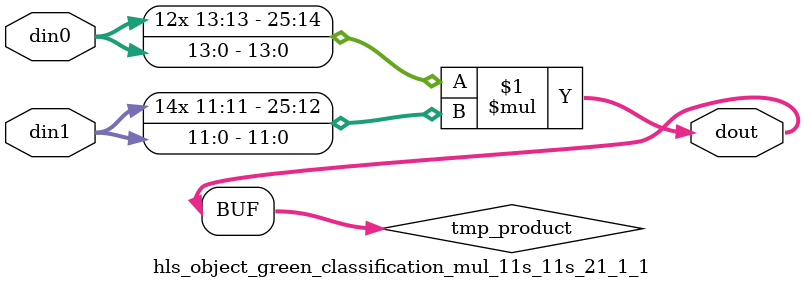
<source format=v>

`timescale 1 ns / 1 ps

  module hls_object_green_classification_mul_11s_11s_21_1_1(din0, din1, dout);
parameter ID = 1;
parameter NUM_STAGE = 0;
parameter din0_WIDTH = 14;
parameter din1_WIDTH = 12;
parameter dout_WIDTH = 26;

input [din0_WIDTH - 1 : 0] din0; 
input [din1_WIDTH - 1 : 0] din1; 
output [dout_WIDTH - 1 : 0] dout;

wire signed [dout_WIDTH - 1 : 0] tmp_product;













assign tmp_product = $signed(din0) * $signed(din1);








assign dout = tmp_product;







endmodule

</source>
